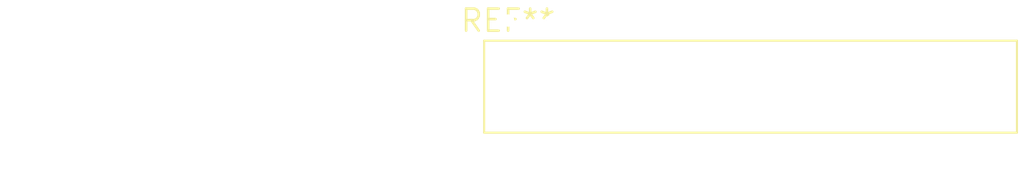
<source format=kicad_pcb>
(kicad_pcb (version 20240108) (generator pcbnew)
  (layers (0 "F.Cu" signal) (31 "B.Cu" signal) (34 "B.Paste" user) (35 "F.Paste" user) (36 "B.SilkS" user "B.Silkscreen") (37 "F.SilkS" user "F.Silkscreen") (38 "B.Mask" user) (39 "F.Mask" user) (44 "Edge.Cuts" user))
  (net 0 "")
  (footprint "Samtec_HLE-112-02-xx-DV-PE_2x12_P2.54mm_Horizontal" (layer "F.Cu") (at 0 0)
    (property "Reference" "REF**")
    (property "Value" "Samtec_HLE-112-02-xx-DV-PE_2x12_P2.54mm_Horizontal")
    (fp_line (start -1.38 1.16) (end 29.32 1.16) (layer "F.SilkS") (stroke (width 0.12)))
    (fp_line (start -1.38 6.46) (end -1.38 1.16) (layer "F.SilkS") (stroke (width 0.12)))
    (fp_line (start 29.32 1.16) (end 29.32 6.46) (layer "F.SilkS") (stroke (width 0.12)))
    (fp_line (start 29.32 6.46) (end -1.38 6.46) (layer "F.SilkS") (stroke (width 0.12)))
    (pad "" np_thru_hole circle (at 0 2.54) (size 1.4 1.4) (drill 1.4) (layers *.Cu *.Mask))
    (pad "" np_thru_hole circle (at 0 5.08) (size 1.4 1.4) (drill 1.4) (layers *.Cu *.Mask))
    (pad "" np_thru_hole circle (at 2.54 2.54) (size 1.4 1.4) (drill 1.4) (layers *.Cu *.Mask))
    (pad "" np_thru_hole circle (at 2.54 5.08) (size 1.4 1.4) (drill 1.4) (layers *.Cu *.Mask))
    (pad "" np_thru_hole circle (at 5.08 2.54) (size 1.4 1.4) (drill 1.4) (layers *.Cu *.Mask))
    (pad "" np_thru_hole circle (at 5.08 5.08) (size 1.4 1.4) (drill 1.4) (layers *.Cu *.Mask))
    (pad "" np_thru_hole circle (at 7.62 2.54) (size 1.4 1.4) (drill 1.4) (layers *.Cu *.Mask))
    (pad "" np_thru_hole circle (at 7.62 5.08) (size 1.4 1.4) (drill 1.4) (layers *.Cu *.Mask))
    (pad "" np_thru_hole circle (at 10.16 2.54) (size 1.4 1.4) (drill 1.4) (layers *.Cu *.Mask))
    (pad "" np_thru_hole circle (at 10.16 5.08) (size 1.4 1.4) (drill 1.4) (layers *.Cu *.Mask))
    (pad "" np_thru_hole circle (at 12.7 2.54) (size 1.4 1.4) (drill 1.4) (layers *.Cu *.Mask))
    (pad "" np_thru_hole circle (at 12.7 5.08) (size 1.4 1.4) (drill 1.4) (layers *.Cu *.Mask))
    (pad "" np_thru_hole circle (at 15.24 2.54) (size 1.4 1.4) (drill 1.4) (layers *.Cu *.Mask))
    (pad "" np_thru_hole circle (at 15.24 5.08) (size 1.4 1.4) (drill 1.4) (layers *.Cu *.Mask))
    (pad "" np_thru_hole circle (at 17.78 2.54) (size 1.4 1.4) (drill 1.4) (layers *.Cu *.Mask))
    (pad "" np_thru_hole circle (at 17.78 5.08) (size 1.4 1.4) (drill 1.4) (layers *.Cu *.Mask))
    (pad "" np_thru_hole circle (at 20.32 2.54) (size 1.4 1.4) (drill 1.4) (layers *.Cu *.Mask))
    (pad "" np_thru_hole circle (at 20.32 5.08) (size 1.4 1.4) (drill 1.4) (layers *.Cu *.Mask))
    (pad "" np_thru_hole circle (at 22.86 2.54) (size 1.4 1.4) (drill 1.4) (layers *.Cu *.Mask))
    (pad "" np_thru_hole circle (at 22.86 5.08) (size 1.4 1.4) (drill 1.4) (layers *.Cu *.Mask))
    (pad "" np_thru_hole circle (at 25.4 2.54) (size 1.4 1.4) (drill 1.4) (layers *.Cu *.Mask))
    (pad "" np_thru_hole circle (at 25.4 5.08) (size 1.4 1.4) (drill 1.4) (layers *.Cu *.Mask))
    (pad "" np_thru_hole circle (at 27.94 2.54) (size 1.4 1.4) (drill 1.4) (layers *.Cu *.Mask))
    (pad "" np_thru_hole circle (at 27.94 5.08) (size 1.4 1.4) (drill 1.4) (layers *.Cu *.Mask))
    (pad "1" thru_hole roundrect (at 0 0) (size 1.31 1.31) (drill 0.71) (layers *.Cu *.Mask) (remove_unused_layers) (roundrect_rratio 0.19084))
    (pad "2" thru_hole circle (at 0 7.62) (size 1.31 1.31) (drill 0.71) (layers *.Cu *.Mask) (remove_unused_layers))
    (pad "3" thru_hole circle (at 2.54 0) (size 1.31 1.31) (drill 0.71) (layers *.Cu *.Mask) (remove_unused_layers))
    (pad "4" thru_hole circle (at 2.54 7.62) (size 1.31 1.31) (drill 0.71) (layers *.Cu *.Mask) (remove_unused_layers))
    (pad "5" thru_hole circle (at 5.08 0) (size 1.31 1.31) (drill 0.71) (layers *.Cu *.Mask) (remove_unused_layers))
    (pad "6" thru_hole circle (at 5.08 7.62) (size 1.31 1.31) (drill 0.71) (layers *.Cu *.Mask) (remove_unused_layers))
    (pad "7" thru_hole circle (at 7.62 0) (size 1.31 1.31) (drill 0.71) (layers *.Cu *.Mask) (remove_unused_layers))
    (pad "8" thru_hole circle (at 7.62 7.62) (size 1.31 1.31) (drill 0.71) (layers *.Cu *.Mask) (remove_unused_layers))
    (pad "9" thru_hole circle (at 10.16 0) (size 1.31 1.31) (drill 0.71) (layers *.Cu *.Mask) (remove_unused_layers))
    (pad "10" thru_hole circle (at 10.16 7.62) (size 1.31 1.31) (drill 0.71) (layers *.Cu *.Mask) (remove_unused_layers))
    (pad "11" thru_hole circle (at 12.7 0) (size 1.31 1.31) (drill 0.71) (layers *.Cu *.Mask) (remove_unused_layers))
    (pad "12" thru_hole circle (at 12.7 7.62) (size 1.31 1.31) (drill 0.71) (layers *.Cu *.Mask) (remove_unused_layers))
    (pad "13" thru_hole circle (at 15.24 0) (size 1.31 1.31) (drill 0.71) (layers *.Cu *.Mask) (remove_unused_layers))
    (pad "14" thru_hole circle (at 15.24 7.62) (size 1.31 1.31) (drill 0.71) (layers *.Cu *.Mask) (remove_unused_layers))
    (pad "15" thru_hole circle (at 17.78 0) (size 1.31 1.31) (drill 0.71) (layers *.Cu *.Mask) (remove_unused_layers))
    (pad "16" thru_hole circle (at 17.78 7.62) (size 1.31 1.31) (drill 0.71) (layers *.Cu *.Mask) (remove_unused_layers))
    (pad "17" thru_hole circle (at 20.32 0) (size 1.31 1.31) (drill 0.71) (layers *.Cu *.Mask) (remove_unused_layers))
    (pad "18" thru_hole circle (at 20.32 7.62) (size 1.31 1.31) (drill 0.71) (layers *.Cu *.Mask) (remove_unused_layers))
    (pad "19" thru_hole circle (at 22.86 0) (size 1.31 1.31) (drill 0.71) (layers *.Cu *.Mask) (remove_unused_layers))
    (pad "20" thru_hole circle (at 22.86 7.62) (size 1.31 1.31) (drill 0.71) (layers *.Cu *.Mask) (remove_unused_layers))
    (pad "21" thru_hole circle (at 25.4 0) (size 1.31 1.31) (drill 0.71) (layers *.Cu *.Mask) (remove_unused_layers))
    (pad "22" thru_hole circle (at 25.4 7.62) (size 1.31 1.31) (drill 0.71) (layers *.Cu *.Mask) (remove_unused_layers))
    (pad "23" thru_hole circle (at 27.94 0) (size 1.31 1.31) (drill 0.71) (layers *.Cu *.Mask) (remove_unused_layers))
    (pad "24" thru_hole circle (at 27.94 7.62) (size 1.31 1.31) (drill 0.71) (layers *.Cu *.Mask) (remove_unused_layers))
  )
)
</source>
